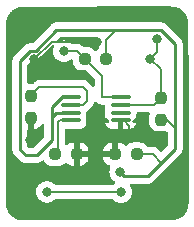
<source format=gbr>
%TF.GenerationSoftware,KiCad,Pcbnew,(6.0.2-0)*%
%TF.CreationDate,2022-03-21T14:05:32-04:00*%
%TF.ProjectId,Woodstock,576f6f64-7374-46f6-936b-2e6b69636164,v03*%
%TF.SameCoordinates,Original*%
%TF.FileFunction,Copper,L2,Bot*%
%TF.FilePolarity,Positive*%
%FSLAX46Y46*%
G04 Gerber Fmt 4.6, Leading zero omitted, Abs format (unit mm)*
G04 Created by KiCad (PCBNEW (6.0.2-0)) date 2022-03-21 14:05:32*
%MOMM*%
%LPD*%
G01*
G04 APERTURE LIST*
G04 Aperture macros list*
%AMRoundRect*
0 Rectangle with rounded corners*
0 $1 Rounding radius*
0 $2 $3 $4 $5 $6 $7 $8 $9 X,Y pos of 4 corners*
0 Add a 4 corners polygon primitive as box body*
4,1,4,$2,$3,$4,$5,$6,$7,$8,$9,$2,$3,0*
0 Add four circle primitives for the rounded corners*
1,1,$1+$1,$2,$3*
1,1,$1+$1,$4,$5*
1,1,$1+$1,$6,$7*
1,1,$1+$1,$8,$9*
0 Add four rect primitives between the rounded corners*
20,1,$1+$1,$2,$3,$4,$5,0*
20,1,$1+$1,$4,$5,$6,$7,0*
20,1,$1+$1,$6,$7,$8,$9,0*
20,1,$1+$1,$8,$9,$2,$3,0*%
G04 Aperture macros list end*
%TA.AperFunction,SMDPad,CuDef*%
%ADD10RoundRect,0.100000X0.712500X0.100000X-0.712500X0.100000X-0.712500X-0.100000X0.712500X-0.100000X0*%
%TD*%
%TA.AperFunction,SMDPad,CuDef*%
%ADD11RoundRect,0.237500X0.250000X0.237500X-0.250000X0.237500X-0.250000X-0.237500X0.250000X-0.237500X0*%
%TD*%
%TA.AperFunction,SMDPad,CuDef*%
%ADD12RoundRect,0.237500X-0.250000X-0.237500X0.250000X-0.237500X0.250000X0.237500X-0.250000X0.237500X0*%
%TD*%
%TA.AperFunction,SMDPad,CuDef*%
%ADD13RoundRect,0.237500X-0.237500X0.250000X-0.237500X-0.250000X0.237500X-0.250000X0.237500X0.250000X0*%
%TD*%
%TA.AperFunction,SMDPad,CuDef*%
%ADD14RoundRect,0.237500X0.237500X-0.250000X0.237500X0.250000X-0.237500X0.250000X-0.237500X-0.250000X0*%
%TD*%
%TA.AperFunction,ViaPad*%
%ADD15C,0.800000*%
%TD*%
%TA.AperFunction,Conductor*%
%ADD16C,0.200000*%
%TD*%
%TA.AperFunction,Conductor*%
%ADD17C,0.250000*%
%TD*%
G04 APERTURE END LIST*
D10*
%TO.P,U1,1,SDA*%
%TO.N,/SDA*%
X153141460Y-95498060D03*
%TO.P,U1,2,SCL*%
%TO.N,/SCL*%
X153141460Y-96148060D03*
%TO.P,U1,3,Alert*%
%TO.N,unconnected-(U1-Pad3)*%
X153141460Y-96798060D03*
%TO.P,U1,4,GND*%
%TO.N,GND*%
X153141460Y-97448060D03*
%TO.P,U1,5,A2*%
%TO.N,Net-(R5-Pad1)*%
X148916460Y-97448060D03*
%TO.P,U1,6,A1*%
%TO.N,+3V3*%
X148916460Y-96798060D03*
%TO.P,U1,7,A0*%
%TO.N,Net-(R2-Pad1)*%
X148916460Y-96148060D03*
%TO.P,U1,8,VDD*%
%TO.N,+3V3*%
X148916460Y-95498060D03*
%TD*%
D11*
%TO.P,R3,1*%
%TO.N,+3V3*%
X151916060Y-92231260D03*
%TO.P,R3,2*%
%TO.N,/SDA*%
X150091060Y-92231260D03*
%TD*%
D12*
%TO.P,R5,1*%
%TO.N,Net-(R5-Pad1)*%
X147576460Y-100308460D03*
%TO.P,R5,2*%
%TO.N,GND*%
X149401460Y-100308460D03*
%TD*%
D13*
%TO.P,R2,1*%
%TO.N,Net-(R2-Pad1)*%
X145517160Y-95384660D03*
%TO.P,R2,2*%
%TO.N,GND*%
X145517160Y-97209660D03*
%TD*%
D14*
%TO.P,R1,1*%
%TO.N,+3V3*%
X156540760Y-97387460D03*
%TO.P,R1,2*%
%TO.N,/SCL*%
X156540760Y-95562460D03*
%TD*%
D11*
%TO.P,R4,1*%
%TO.N,+3V3*%
X154481460Y-100308460D03*
%TO.P,R4,2*%
%TO.N,GND*%
X152656460Y-100308460D03*
%TD*%
D15*
%TO.N,/SDA*%
X148329225Y-91591179D03*
X153162000Y-103530400D03*
X146888200Y-103505000D03*
%TO.N,/SCL*%
X156239699Y-90521301D03*
X155651200Y-92227400D03*
%TO.N,GND*%
X145796000Y-93688900D03*
X151130000Y-90779600D03*
X153847800Y-98501200D03*
X145796000Y-92278200D03*
X151003000Y-100177600D03*
X147802600Y-102463600D03*
X144526000Y-89408000D03*
X145440400Y-99136200D03*
%TO.N,+3V3*%
X153085800Y-101828600D03*
%TD*%
D16*
%TO.N,/SDA*%
X150091060Y-92231260D02*
X149450979Y-91591179D01*
X153135520Y-95504000D02*
X153141460Y-95498060D01*
X146888200Y-103505000D02*
X153136600Y-103505000D01*
X153136600Y-103505000D02*
X153162000Y-103530400D01*
X150091060Y-92231260D02*
X151536400Y-93676600D01*
X149450979Y-91591179D02*
X148329225Y-91591179D01*
X151536400Y-93676600D02*
X151536400Y-95504000D01*
X151536400Y-95504000D02*
X153135520Y-95504000D01*
%TO.N,/SCL*%
X155955160Y-96148060D02*
X153141460Y-96148060D01*
X156239699Y-91638901D02*
X155651200Y-92227400D01*
X156540760Y-95562460D02*
X155955160Y-96148060D01*
X156239699Y-90521301D02*
X156239699Y-91638901D01*
X156540760Y-93116960D02*
X155651200Y-92227400D01*
X156540760Y-95562460D02*
X156540760Y-93116960D01*
%TO.N,GND*%
X145517160Y-99059440D02*
X145440400Y-99136200D01*
X147294600Y-90779600D02*
X145796000Y-92278200D01*
X153141460Y-97448060D02*
X153404260Y-97448060D01*
X153847800Y-97891600D02*
X153847800Y-98501200D01*
X153404260Y-97448060D02*
X153847800Y-97891600D01*
X151130000Y-90779600D02*
X147294600Y-90779600D01*
X145796000Y-93688900D02*
X145796000Y-92278200D01*
X145517160Y-97209660D02*
X145517160Y-99059440D01*
D17*
%TO.N,+3V3*%
X144602200Y-92447386D02*
X145495897Y-91553689D01*
X157734000Y-99872800D02*
X157734000Y-98069400D01*
X156539802Y-89796790D02*
X152737990Y-89796790D01*
D16*
X157052060Y-97387460D02*
X157734000Y-98069400D01*
D17*
X145920149Y-91553689D02*
X147677049Y-89796790D01*
X147677049Y-89796790D02*
X152737990Y-89796790D01*
X147294600Y-96357059D02*
X148153599Y-95498060D01*
D16*
X151916060Y-90618720D02*
X152737990Y-89796790D01*
D17*
X157734000Y-98069400D02*
X157734000Y-90990988D01*
X147294600Y-97129600D02*
X147294600Y-96357059D01*
X144602200Y-99923600D02*
X144602200Y-92447386D01*
X145495897Y-91553689D02*
X145920149Y-91553689D01*
X146024600Y-100406200D02*
X145084800Y-100406200D01*
X156578300Y-101028500D02*
X157734000Y-99872800D01*
X148153599Y-95498060D02*
X148916460Y-95498060D01*
X145084800Y-100406200D02*
X144602200Y-99923600D01*
X153441400Y-102184200D02*
X155422600Y-102184200D01*
X147294600Y-97129600D02*
X147294600Y-99136200D01*
D16*
X156540760Y-97387460D02*
X157052060Y-97387460D01*
D17*
X153085800Y-101828600D02*
X153441400Y-102184200D01*
X147294600Y-99136200D02*
X146024600Y-100406200D01*
X147626140Y-96798060D02*
X148916460Y-96798060D01*
D16*
X154481460Y-100308460D02*
X155858260Y-100308460D01*
X155858260Y-100308460D02*
X156578300Y-101028500D01*
D17*
X147294600Y-97129600D02*
X147626140Y-96798060D01*
D16*
X151916060Y-92231260D02*
X151916060Y-90618720D01*
D17*
X155422600Y-102184200D02*
X156578300Y-101028500D01*
X157734000Y-90990988D02*
X156539802Y-89796790D01*
D16*
%TO.N,Net-(R2-Pad1)*%
X149927140Y-96148060D02*
X148916460Y-96148060D01*
X149961600Y-94665800D02*
X150266400Y-94970600D01*
X145517160Y-95384660D02*
X146236020Y-94665800D01*
X150266400Y-95808800D02*
X149927140Y-96148060D01*
X146236020Y-94665800D02*
X149961600Y-94665800D01*
X150266400Y-94970600D02*
X150266400Y-95808800D01*
%TO.N,Net-(R5-Pad1)*%
X147802600Y-97612200D02*
X147802600Y-100082320D01*
X148916460Y-97448060D02*
X147966740Y-97448060D01*
X147966740Y-97448060D02*
X147802600Y-97612200D01*
X147802600Y-100082320D02*
X147576460Y-100308460D01*
%TD*%
%TA.AperFunction,Conductor*%
%TO.N,GND*%
G36*
X157360046Y-87811269D02*
G01*
X157374793Y-87813566D01*
X157374800Y-87813566D01*
X157383668Y-87814947D01*
X157398298Y-87813034D01*
X157424066Y-87812325D01*
X157551468Y-87821893D01*
X157602893Y-87825755D01*
X157621546Y-87828573D01*
X157820503Y-87874087D01*
X157838533Y-87879662D01*
X158028450Y-87954379D01*
X158045447Y-87962585D01*
X158222074Y-88064833D01*
X158237654Y-88075485D01*
X158397034Y-88202974D01*
X158410840Y-88215826D01*
X158465099Y-88274516D01*
X158549388Y-88365689D01*
X158561125Y-88380466D01*
X158675736Y-88549345D01*
X158685129Y-88565701D01*
X158759823Y-88721789D01*
X158773227Y-88749800D01*
X158780076Y-88767388D01*
X158839686Y-88962580D01*
X158843831Y-88980992D01*
X158868971Y-89151405D01*
X158869513Y-89168470D01*
X158869589Y-89168466D01*
X158870121Y-89177425D01*
X158869377Y-89186372D01*
X158871175Y-89195171D01*
X158873724Y-89220339D01*
X158875725Y-94530051D01*
X158879440Y-104384982D01*
X158877940Y-104404411D01*
X158875902Y-104417503D01*
X158874273Y-104427968D01*
X158875703Y-104438900D01*
X158876186Y-104442596D01*
X158876895Y-104468366D01*
X158863465Y-104647190D01*
X158860647Y-104665846D01*
X158815133Y-104864803D01*
X158809558Y-104882833D01*
X158734841Y-105072750D01*
X158726635Y-105089747D01*
X158624387Y-105266374D01*
X158613735Y-105281954D01*
X158546055Y-105366565D01*
X158486250Y-105441330D01*
X158473394Y-105455140D01*
X158407445Y-105516110D01*
X158323531Y-105593688D01*
X158308754Y-105605425D01*
X158139875Y-105720036D01*
X158123519Y-105729429D01*
X157939417Y-105817528D01*
X157921832Y-105824376D01*
X157726640Y-105883986D01*
X157708228Y-105888131D01*
X157537815Y-105913271D01*
X157520753Y-105913813D01*
X157520757Y-105913888D01*
X157511791Y-105914420D01*
X157502848Y-105913677D01*
X157494055Y-105915474D01*
X157493998Y-105915477D01*
X157468893Y-105918020D01*
X146647655Y-105921321D01*
X144931431Y-105921845D01*
X144912007Y-105920345D01*
X144897303Y-105918055D01*
X144897300Y-105918055D01*
X144888431Y-105916674D01*
X144873848Y-105918581D01*
X144848045Y-105919289D01*
X144670154Y-105905881D01*
X144651434Y-105903042D01*
X144453473Y-105857590D01*
X144435384Y-105851976D01*
X144246475Y-105777366D01*
X144229432Y-105769104D01*
X144053843Y-105667022D01*
X144038231Y-105656299D01*
X143907382Y-105551120D01*
X143879924Y-105529048D01*
X143866099Y-105516110D01*
X143728649Y-105366561D01*
X143716920Y-105351696D01*
X143603447Y-105183245D01*
X143594076Y-105166786D01*
X143507132Y-104983227D01*
X143500334Y-104965549D01*
X143441888Y-104771036D01*
X143437816Y-104752539D01*
X143413665Y-104582920D01*
X143413212Y-104565867D01*
X143413129Y-104565871D01*
X143412645Y-104556914D01*
X143413437Y-104547967D01*
X143411368Y-104537557D01*
X143408950Y-104513013D01*
X143407005Y-92427329D01*
X143963980Y-92427329D01*
X143967196Y-92461345D01*
X143968141Y-92471347D01*
X143968700Y-92483205D01*
X143968700Y-99844833D01*
X143968173Y-99856016D01*
X143966498Y-99863509D01*
X143966747Y-99871435D01*
X143966747Y-99871436D01*
X143968638Y-99931586D01*
X143968700Y-99935545D01*
X143968700Y-99963456D01*
X143969197Y-99967390D01*
X143969197Y-99967391D01*
X143969205Y-99967456D01*
X143970138Y-99979293D01*
X143971527Y-100023489D01*
X143975262Y-100036345D01*
X143977178Y-100042939D01*
X143981187Y-100062300D01*
X143983726Y-100082397D01*
X143986645Y-100089768D01*
X143986645Y-100089770D01*
X144000004Y-100123512D01*
X144003849Y-100134742D01*
X144008361Y-100150273D01*
X144016182Y-100177193D01*
X144020215Y-100184012D01*
X144020217Y-100184017D01*
X144026493Y-100194628D01*
X144035188Y-100212376D01*
X144042648Y-100231217D01*
X144047310Y-100237633D01*
X144047310Y-100237634D01*
X144068636Y-100266987D01*
X144075152Y-100276907D01*
X144084415Y-100292569D01*
X144097658Y-100314962D01*
X144111979Y-100329283D01*
X144124819Y-100344316D01*
X144136728Y-100360707D01*
X144170805Y-100388898D01*
X144179584Y-100396888D01*
X144581143Y-100798447D01*
X144588687Y-100806737D01*
X144592800Y-100813218D01*
X144598577Y-100818643D01*
X144642467Y-100859858D01*
X144645309Y-100862613D01*
X144665030Y-100882334D01*
X144668225Y-100884812D01*
X144677247Y-100892518D01*
X144709479Y-100922786D01*
X144716428Y-100926606D01*
X144727232Y-100932546D01*
X144743756Y-100943399D01*
X144759759Y-100955813D01*
X144800343Y-100973376D01*
X144810973Y-100978583D01*
X144849740Y-100999895D01*
X144857417Y-101001866D01*
X144857422Y-101001868D01*
X144869358Y-101004932D01*
X144888066Y-101011337D01*
X144906655Y-101019381D01*
X144914480Y-101020620D01*
X144914482Y-101020621D01*
X144950319Y-101026297D01*
X144961940Y-101028704D01*
X144993759Y-101036873D01*
X145004770Y-101039700D01*
X145025031Y-101039700D01*
X145044740Y-101041251D01*
X145064743Y-101044419D01*
X145072635Y-101043673D01*
X145077862Y-101043179D01*
X145108754Y-101040259D01*
X145120611Y-101039700D01*
X145945833Y-101039700D01*
X145957016Y-101040227D01*
X145964509Y-101041902D01*
X145972435Y-101041653D01*
X145972436Y-101041653D01*
X146032586Y-101039762D01*
X146036545Y-101039700D01*
X146064456Y-101039700D01*
X146068391Y-101039203D01*
X146068456Y-101039195D01*
X146080293Y-101038262D01*
X146112551Y-101037248D01*
X146116570Y-101037122D01*
X146124489Y-101036873D01*
X146143943Y-101031221D01*
X146163300Y-101027213D01*
X146175530Y-101025668D01*
X146175531Y-101025668D01*
X146183397Y-101024674D01*
X146190768Y-101021755D01*
X146190770Y-101021755D01*
X146224512Y-101008396D01*
X146235742Y-101004551D01*
X146270583Y-100994429D01*
X146270584Y-100994429D01*
X146278193Y-100992218D01*
X146285012Y-100988185D01*
X146285017Y-100988183D01*
X146295628Y-100981907D01*
X146313376Y-100973212D01*
X146332217Y-100965752D01*
X146352587Y-100950953D01*
X146367987Y-100939764D01*
X146377907Y-100933248D01*
X146409135Y-100914780D01*
X146409138Y-100914778D01*
X146415962Y-100910742D01*
X146430283Y-100896421D01*
X146445317Y-100883580D01*
X146447032Y-100882334D01*
X146461707Y-100871672D01*
X146466758Y-100865566D01*
X146468391Y-100864033D01*
X146531742Y-100831983D01*
X146602364Y-100839272D01*
X146661784Y-100889580D01*
X146737844Y-101012491D01*
X146743026Y-101017664D01*
X146855776Y-101130218D01*
X146855781Y-101130222D01*
X146860957Y-101135389D01*
X147009040Y-101226669D01*
X147174151Y-101281434D01*
X147180987Y-101282134D01*
X147180990Y-101282135D01*
X147228330Y-101286985D01*
X147276888Y-101291960D01*
X147876032Y-101291960D01*
X147879278Y-101291623D01*
X147879282Y-101291623D01*
X147973195Y-101281879D01*
X147973199Y-101281878D01*
X147980053Y-101281167D01*
X147986589Y-101278986D01*
X147986591Y-101278986D01*
X148119355Y-101234692D01*
X148145067Y-101226114D01*
X148292991Y-101134576D01*
X148400061Y-101027319D01*
X148462342Y-100993240D01*
X148533162Y-100998243D01*
X148578251Y-101027164D01*
X148681089Y-101129823D01*
X148692500Y-101138835D01*
X148828023Y-101222372D01*
X148841201Y-101228516D01*
X148992726Y-101278775D01*
X149006092Y-101281641D01*
X149098730Y-101291132D01*
X149105145Y-101291460D01*
X149129345Y-101291460D01*
X149144584Y-101286985D01*
X149145789Y-101285595D01*
X149147460Y-101277912D01*
X149147460Y-101273345D01*
X149655460Y-101273345D01*
X149659935Y-101288584D01*
X149661325Y-101289789D01*
X149669008Y-101291460D01*
X149697726Y-101291460D01*
X149704242Y-101291123D01*
X149798092Y-101281385D01*
X149811488Y-101278492D01*
X149962913Y-101227972D01*
X149976075Y-101221807D01*
X150111452Y-101138034D01*
X150122850Y-101129000D01*
X150235323Y-101016331D01*
X150244335Y-101004920D01*
X150327872Y-100869397D01*
X150334016Y-100856219D01*
X150384275Y-100704694D01*
X150387141Y-100691328D01*
X150396632Y-100598690D01*
X150396960Y-100592275D01*
X150396960Y-100580575D01*
X150392485Y-100565336D01*
X150391095Y-100564131D01*
X150383412Y-100562460D01*
X149673575Y-100562460D01*
X149658336Y-100566935D01*
X149657131Y-100568325D01*
X149655460Y-100576008D01*
X149655460Y-101273345D01*
X149147460Y-101273345D01*
X149147460Y-100036345D01*
X149655460Y-100036345D01*
X149659935Y-100051584D01*
X149661325Y-100052789D01*
X149669008Y-100054460D01*
X150378845Y-100054460D01*
X150394084Y-100049985D01*
X150395289Y-100048595D01*
X150396960Y-100040912D01*
X150396960Y-100036345D01*
X151660960Y-100036345D01*
X151665435Y-100051584D01*
X151666825Y-100052789D01*
X151674508Y-100054460D01*
X152384345Y-100054460D01*
X152399584Y-100049985D01*
X152400789Y-100048595D01*
X152402460Y-100040912D01*
X152402460Y-99343575D01*
X152397985Y-99328336D01*
X152396595Y-99327131D01*
X152388912Y-99325460D01*
X152360194Y-99325460D01*
X152353678Y-99325797D01*
X152259828Y-99335535D01*
X152246432Y-99338428D01*
X152095007Y-99388948D01*
X152081845Y-99395113D01*
X151946468Y-99478886D01*
X151935070Y-99487920D01*
X151822597Y-99600589D01*
X151813585Y-99612000D01*
X151730048Y-99747523D01*
X151723904Y-99760701D01*
X151673645Y-99912226D01*
X151670779Y-99925592D01*
X151661288Y-100018230D01*
X151660960Y-100024645D01*
X151660960Y-100036345D01*
X150396960Y-100036345D01*
X150396960Y-100024694D01*
X150396623Y-100018178D01*
X150386885Y-99924328D01*
X150383992Y-99910932D01*
X150333472Y-99759507D01*
X150327307Y-99746345D01*
X150243534Y-99610968D01*
X150234500Y-99599570D01*
X150121831Y-99487097D01*
X150110420Y-99478085D01*
X149974897Y-99394548D01*
X149961719Y-99388404D01*
X149810194Y-99338145D01*
X149796828Y-99335279D01*
X149704190Y-99325788D01*
X149697775Y-99325460D01*
X149673575Y-99325460D01*
X149658336Y-99329935D01*
X149657131Y-99331325D01*
X149655460Y-99339008D01*
X149655460Y-100036345D01*
X149147460Y-100036345D01*
X149147460Y-99343575D01*
X149142985Y-99328336D01*
X149141595Y-99327131D01*
X149133912Y-99325460D01*
X149105194Y-99325460D01*
X149098678Y-99325797D01*
X149004828Y-99335535D01*
X148991432Y-99338428D01*
X148840007Y-99388948D01*
X148826845Y-99395113D01*
X148691468Y-99478886D01*
X148680070Y-99487920D01*
X148626273Y-99541811D01*
X148563991Y-99575890D01*
X148493171Y-99570887D01*
X148436298Y-99528390D01*
X148411429Y-99461891D01*
X148411100Y-99452793D01*
X148411100Y-98282560D01*
X148431102Y-98214439D01*
X148484758Y-98167946D01*
X148537100Y-98156560D01*
X149628992Y-98156559D01*
X149668844Y-98156559D01*
X149672929Y-98156021D01*
X149672933Y-98156021D01*
X149779623Y-98141976D01*
X149779625Y-98141976D01*
X149787810Y-98140898D01*
X149891948Y-98097763D01*
X149928208Y-98082744D01*
X149928210Y-98082743D01*
X149935836Y-98079584D01*
X150062947Y-97982047D01*
X150067973Y-97975497D01*
X150067976Y-97975494D01*
X150111716Y-97918491D01*
X150160484Y-97854935D01*
X150221798Y-97706910D01*
X150232179Y-97628058D01*
X150236922Y-97592032D01*
X150236922Y-97592031D01*
X150237460Y-97587945D01*
X150237459Y-97308176D01*
X150236035Y-97297355D01*
X150222876Y-97197397D01*
X150222876Y-97197395D01*
X150221798Y-97189210D01*
X150214371Y-97171279D01*
X150206781Y-97100690D01*
X150214371Y-97074840D01*
X150218638Y-97064540D01*
X150218639Y-97064537D01*
X150221798Y-97056910D01*
X150232104Y-96978625D01*
X150236922Y-96942032D01*
X150236922Y-96942031D01*
X150237460Y-96937945D01*
X150237459Y-96739077D01*
X150257461Y-96670957D01*
X150286753Y-96639117D01*
X150329212Y-96606537D01*
X150329215Y-96606534D01*
X150361127Y-96582047D01*
X150366157Y-96575492D01*
X150380592Y-96556681D01*
X150391459Y-96544290D01*
X150662634Y-96273115D01*
X150675025Y-96262248D01*
X150693837Y-96247813D01*
X150700387Y-96242787D01*
X150724874Y-96210875D01*
X150724880Y-96210869D01*
X150792896Y-96122229D01*
X150792897Y-96122227D01*
X150797924Y-96115676D01*
X150839209Y-96016006D01*
X150856078Y-95975281D01*
X150856079Y-95975278D01*
X150859238Y-95967651D01*
X150860316Y-95959462D01*
X150861111Y-95956495D01*
X150898062Y-95895872D01*
X150961922Y-95864850D01*
X151032416Y-95873278D01*
X151082780Y-95912401D01*
X151097384Y-95931434D01*
X151097387Y-95931437D01*
X151102413Y-95937987D01*
X151108963Y-95943013D01*
X151108964Y-95943014D01*
X151204088Y-96016006D01*
X151229524Y-96035524D01*
X151237150Y-96038683D01*
X151237152Y-96038684D01*
X151369920Y-96093678D01*
X151369923Y-96093679D01*
X151377550Y-96096838D01*
X151536400Y-96117751D01*
X151544588Y-96116673D01*
X151568097Y-96113578D01*
X151584543Y-96112500D01*
X151694461Y-96112500D01*
X151762582Y-96132502D01*
X151809075Y-96186158D01*
X151820461Y-96238499D01*
X151820461Y-96287944D01*
X151820999Y-96292029D01*
X151820999Y-96292033D01*
X151832666Y-96380660D01*
X151836122Y-96406910D01*
X151839282Y-96414538D01*
X151843549Y-96424840D01*
X151851139Y-96495430D01*
X151843550Y-96521278D01*
X151836122Y-96539210D01*
X151820460Y-96658175D01*
X151820461Y-96937944D01*
X151820999Y-96942029D01*
X151820999Y-96942033D01*
X151835044Y-97048722D01*
X151836122Y-97056910D01*
X151843549Y-97074840D01*
X151843820Y-97075494D01*
X151851410Y-97146083D01*
X151843820Y-97171934D01*
X151839771Y-97181709D01*
X151835532Y-97197529D01*
X151831244Y-97230100D01*
X151833455Y-97244282D01*
X151846612Y-97248060D01*
X151868391Y-97248060D01*
X151936512Y-97268062D01*
X151968351Y-97297354D01*
X151994973Y-97332047D01*
X152001523Y-97337073D01*
X152112329Y-97422098D01*
X152154196Y-97479436D01*
X152158418Y-97550307D01*
X152123654Y-97612210D01*
X152060941Y-97645491D01*
X152035625Y-97648060D01*
X151846995Y-97648060D01*
X151833224Y-97652104D01*
X151831195Y-97665643D01*
X151835532Y-97698593D01*
X151839770Y-97714408D01*
X151894713Y-97847053D01*
X151902901Y-97861236D01*
X151990304Y-97975140D01*
X152001880Y-97986716D01*
X152115784Y-98074119D01*
X152129967Y-98082307D01*
X152262610Y-98137250D01*
X152278428Y-98141488D01*
X152385026Y-98155522D01*
X152393235Y-98156060D01*
X152923345Y-98156060D01*
X152938584Y-98151585D01*
X152939789Y-98150195D01*
X152941460Y-98142512D01*
X152941460Y-97648060D01*
X152942012Y-97648060D01*
X152942013Y-97597060D01*
X152980398Y-97537335D01*
X153044979Y-97507842D01*
X153062908Y-97506560D01*
X153140801Y-97506560D01*
X153218833Y-97506559D01*
X153286952Y-97526561D01*
X153333445Y-97580216D01*
X153343550Y-97650490D01*
X153341953Y-97659342D01*
X153341460Y-97661608D01*
X153341460Y-98137944D01*
X153345935Y-98153183D01*
X153347325Y-98154388D01*
X153355008Y-98156059D01*
X153889683Y-98156059D01*
X153897895Y-98155521D01*
X154004493Y-98141488D01*
X154020308Y-98137250D01*
X154152953Y-98082307D01*
X154167136Y-98074119D01*
X154281040Y-97986716D01*
X154292616Y-97975140D01*
X154380019Y-97861236D01*
X154388207Y-97847053D01*
X154443149Y-97714411D01*
X154447388Y-97698591D01*
X154451676Y-97666020D01*
X154449465Y-97651838D01*
X154436308Y-97648060D01*
X154247297Y-97648060D01*
X154179176Y-97628058D01*
X154132683Y-97574402D01*
X154122579Y-97504128D01*
X154152073Y-97439548D01*
X154170592Y-97422098D01*
X154281396Y-97337074D01*
X154281397Y-97337073D01*
X154287947Y-97332047D01*
X154314568Y-97297355D01*
X154371906Y-97255488D01*
X154414529Y-97248060D01*
X154435925Y-97248060D01*
X154449696Y-97244016D01*
X154451725Y-97230477D01*
X154447388Y-97197527D01*
X154443150Y-97181712D01*
X154439100Y-97171934D01*
X154431510Y-97101345D01*
X154439100Y-97075494D01*
X154443638Y-97064539D01*
X154443638Y-97064538D01*
X154446798Y-97056910D01*
X154457104Y-96978625D01*
X154461922Y-96942032D01*
X154461922Y-96942031D01*
X154462460Y-96937945D01*
X154462460Y-96882560D01*
X154482462Y-96814439D01*
X154536118Y-96767946D01*
X154588460Y-96756560D01*
X155469064Y-96756560D01*
X155537185Y-96776562D01*
X155583678Y-96830218D01*
X155593782Y-96900492D01*
X155588657Y-96922227D01*
X155567786Y-96985151D01*
X155557260Y-97087888D01*
X155557260Y-97687032D01*
X155557597Y-97690278D01*
X155557597Y-97690282D01*
X155562844Y-97740847D01*
X155568053Y-97791053D01*
X155570234Y-97797589D01*
X155570234Y-97797591D01*
X155586736Y-97847053D01*
X155623106Y-97956067D01*
X155714644Y-98103991D01*
X155719826Y-98109164D01*
X155832576Y-98221718D01*
X155832581Y-98221722D01*
X155837757Y-98226889D01*
X155843987Y-98230729D01*
X155843988Y-98230730D01*
X155928072Y-98282560D01*
X155985840Y-98318169D01*
X156150951Y-98372934D01*
X156157787Y-98373634D01*
X156157790Y-98373635D01*
X156209286Y-98378911D01*
X156253688Y-98383460D01*
X156827832Y-98383460D01*
X156831078Y-98383123D01*
X156831082Y-98383123D01*
X156924995Y-98373379D01*
X156924999Y-98373378D01*
X156931853Y-98372667D01*
X156938390Y-98370486D01*
X156945132Y-98369030D01*
X156945630Y-98371338D01*
X157005592Y-98369163D01*
X157066671Y-98405357D01*
X157098485Y-98468826D01*
X157100500Y-98491267D01*
X157100500Y-99558205D01*
X157080498Y-99626326D01*
X157063595Y-99647300D01*
X156649717Y-100061178D01*
X156587405Y-100095204D01*
X156516590Y-100090139D01*
X156471527Y-100061178D01*
X156322575Y-99912226D01*
X156311708Y-99899835D01*
X156297273Y-99881023D01*
X156292247Y-99874473D01*
X156260335Y-99849986D01*
X156260332Y-99849983D01*
X156165136Y-99776936D01*
X156017111Y-99715622D01*
X156008924Y-99714544D01*
X156008923Y-99714544D01*
X155997718Y-99713069D01*
X155966522Y-99708962D01*
X155898145Y-99699960D01*
X155898142Y-99699960D01*
X155898134Y-99699959D01*
X155866449Y-99695788D01*
X155858260Y-99694710D01*
X155826567Y-99698882D01*
X155810124Y-99699960D01*
X155449396Y-99699960D01*
X155381275Y-99679958D01*
X155342252Y-99640263D01*
X155323930Y-99610655D01*
X155323924Y-99610648D01*
X155320076Y-99604429D01*
X155291487Y-99575890D01*
X155202144Y-99486702D01*
X155202139Y-99486698D01*
X155196963Y-99481531D01*
X155048880Y-99390251D01*
X154883769Y-99335486D01*
X154876933Y-99334786D01*
X154876930Y-99334785D01*
X154825434Y-99329509D01*
X154781032Y-99324960D01*
X154181888Y-99324960D01*
X154178642Y-99325297D01*
X154178638Y-99325297D01*
X154084725Y-99335041D01*
X154084721Y-99335042D01*
X154077867Y-99335753D01*
X154071331Y-99337934D01*
X154071329Y-99337934D01*
X153938565Y-99382228D01*
X153912853Y-99390806D01*
X153764929Y-99482344D01*
X153657859Y-99589601D01*
X153595578Y-99623680D01*
X153524758Y-99618677D01*
X153479669Y-99589756D01*
X153376831Y-99487097D01*
X153365420Y-99478085D01*
X153229897Y-99394548D01*
X153216719Y-99388404D01*
X153065194Y-99338145D01*
X153051828Y-99335279D01*
X152959190Y-99325788D01*
X152952775Y-99325460D01*
X152928575Y-99325460D01*
X152913336Y-99329935D01*
X152912131Y-99331325D01*
X152910460Y-99339008D01*
X152910460Y-100436460D01*
X152890458Y-100504581D01*
X152836802Y-100551074D01*
X152784460Y-100562460D01*
X151679075Y-100562460D01*
X151663836Y-100566935D01*
X151662631Y-100568325D01*
X151660960Y-100576008D01*
X151660960Y-100592226D01*
X151661297Y-100598742D01*
X151671035Y-100692592D01*
X151673928Y-100705988D01*
X151724448Y-100857413D01*
X151730613Y-100870575D01*
X151814386Y-101005952D01*
X151823420Y-101017350D01*
X151936089Y-101129823D01*
X151947500Y-101138835D01*
X152083023Y-101222372D01*
X152096198Y-101228515D01*
X152190319Y-101259734D01*
X152248678Y-101300165D01*
X152275915Y-101365729D01*
X152263381Y-101435611D01*
X152259779Y-101442310D01*
X152251273Y-101457044D01*
X152192258Y-101638672D01*
X152172296Y-101828600D01*
X152192258Y-102018528D01*
X152251273Y-102200156D01*
X152346760Y-102365544D01*
X152474547Y-102507466D01*
X152597092Y-102596500D01*
X152609128Y-102605245D01*
X152652482Y-102661467D01*
X152658557Y-102732204D01*
X152625426Y-102794995D01*
X152609130Y-102809116D01*
X152550747Y-102851534D01*
X152546333Y-102856436D01*
X152541420Y-102860860D01*
X152540192Y-102859497D01*
X152487342Y-102892052D01*
X152454160Y-102896500D01*
X147618910Y-102896500D01*
X147550789Y-102876498D01*
X147525274Y-102854811D01*
X147503868Y-102831037D01*
X147503866Y-102831036D01*
X147499453Y-102826134D01*
X147390079Y-102746669D01*
X147350294Y-102717763D01*
X147350293Y-102717762D01*
X147344952Y-102713882D01*
X147338924Y-102711198D01*
X147338922Y-102711197D01*
X147176519Y-102638891D01*
X147176518Y-102638891D01*
X147170488Y-102636206D01*
X147077087Y-102616353D01*
X146990144Y-102597872D01*
X146990139Y-102597872D01*
X146983687Y-102596500D01*
X146792713Y-102596500D01*
X146786261Y-102597872D01*
X146786256Y-102597872D01*
X146699313Y-102616353D01*
X146605912Y-102636206D01*
X146599882Y-102638891D01*
X146599881Y-102638891D01*
X146437478Y-102711197D01*
X146437476Y-102711198D01*
X146431448Y-102713882D01*
X146276947Y-102826134D01*
X146272526Y-102831044D01*
X146272525Y-102831045D01*
X146245680Y-102860860D01*
X146149160Y-102968056D01*
X146053673Y-103133444D01*
X145994658Y-103315072D01*
X145993968Y-103321633D01*
X145993968Y-103321635D01*
X145975386Y-103498435D01*
X145974696Y-103505000D01*
X145994658Y-103694928D01*
X146053673Y-103876556D01*
X146149160Y-104041944D01*
X146276947Y-104183866D01*
X146431448Y-104296118D01*
X146437476Y-104298802D01*
X146437478Y-104298803D01*
X146494528Y-104324203D01*
X146605912Y-104373794D01*
X146699313Y-104393647D01*
X146786256Y-104412128D01*
X146786261Y-104412128D01*
X146792713Y-104413500D01*
X146983687Y-104413500D01*
X146990139Y-104412128D01*
X146990144Y-104412128D01*
X147077087Y-104393647D01*
X147170488Y-104373794D01*
X147281872Y-104324203D01*
X147338922Y-104298803D01*
X147338924Y-104298802D01*
X147344952Y-104296118D01*
X147499453Y-104183866D01*
X147525274Y-104155189D01*
X147585720Y-104117950D01*
X147618910Y-104113500D01*
X152408421Y-104113500D01*
X152476542Y-104133502D01*
X152502056Y-104155189D01*
X152550747Y-104209266D01*
X152649843Y-104281264D01*
X152673984Y-104298803D01*
X152705248Y-104321518D01*
X152711276Y-104324202D01*
X152711278Y-104324203D01*
X152873681Y-104396509D01*
X152879712Y-104399194D01*
X152973113Y-104419047D01*
X153060056Y-104437528D01*
X153060061Y-104437528D01*
X153066513Y-104438900D01*
X153257487Y-104438900D01*
X153263939Y-104437528D01*
X153263944Y-104437528D01*
X153350887Y-104419047D01*
X153444288Y-104399194D01*
X153450319Y-104396509D01*
X153612722Y-104324203D01*
X153612724Y-104324202D01*
X153618752Y-104321518D01*
X153650017Y-104298803D01*
X153674157Y-104281264D01*
X153773253Y-104209266D01*
X153901040Y-104067344D01*
X153996527Y-103901956D01*
X154055542Y-103720328D01*
X154058902Y-103688365D01*
X154074814Y-103536965D01*
X154075504Y-103530400D01*
X154055542Y-103340472D01*
X153996527Y-103158844D01*
X153908686Y-103006699D01*
X153891948Y-102937705D01*
X153915168Y-102870613D01*
X153970975Y-102826726D01*
X154017805Y-102817700D01*
X155343833Y-102817700D01*
X155355016Y-102818227D01*
X155362509Y-102819902D01*
X155370435Y-102819653D01*
X155370436Y-102819653D01*
X155430586Y-102817762D01*
X155434545Y-102817700D01*
X155462456Y-102817700D01*
X155466391Y-102817203D01*
X155466456Y-102817195D01*
X155478293Y-102816262D01*
X155510551Y-102815248D01*
X155514570Y-102815122D01*
X155522489Y-102814873D01*
X155541943Y-102809221D01*
X155561300Y-102805213D01*
X155573530Y-102803668D01*
X155573531Y-102803668D01*
X155581397Y-102802674D01*
X155588768Y-102799755D01*
X155588770Y-102799755D01*
X155622512Y-102786396D01*
X155633742Y-102782551D01*
X155668583Y-102772429D01*
X155668584Y-102772429D01*
X155676193Y-102770218D01*
X155683012Y-102766185D01*
X155683017Y-102766183D01*
X155693628Y-102759907D01*
X155711376Y-102751212D01*
X155730217Y-102743752D01*
X155765987Y-102717764D01*
X155775907Y-102711248D01*
X155807135Y-102692780D01*
X155807138Y-102692778D01*
X155813962Y-102688742D01*
X155828283Y-102674421D01*
X155843317Y-102661580D01*
X155853294Y-102654331D01*
X155859707Y-102649672D01*
X155887898Y-102615595D01*
X155895888Y-102606816D01*
X158126247Y-100376457D01*
X158134537Y-100368913D01*
X158141018Y-100364800D01*
X158187659Y-100315132D01*
X158190413Y-100312291D01*
X158210135Y-100292569D01*
X158212612Y-100289376D01*
X158220317Y-100280355D01*
X158245159Y-100253900D01*
X158250586Y-100248121D01*
X158259879Y-100231217D01*
X158260346Y-100230368D01*
X158271202Y-100213841D01*
X158278757Y-100204102D01*
X158278758Y-100204100D01*
X158283614Y-100197840D01*
X158301174Y-100157260D01*
X158306391Y-100146612D01*
X158323875Y-100114809D01*
X158323876Y-100114807D01*
X158327695Y-100107860D01*
X158332733Y-100088237D01*
X158339137Y-100069534D01*
X158344033Y-100058220D01*
X158344033Y-100058219D01*
X158347181Y-100050945D01*
X158348420Y-100043122D01*
X158348423Y-100043112D01*
X158354099Y-100007276D01*
X158356505Y-99995656D01*
X158365528Y-99960511D01*
X158365528Y-99960510D01*
X158367500Y-99952830D01*
X158367500Y-99932576D01*
X158369051Y-99912865D01*
X158370980Y-99900686D01*
X158372220Y-99892857D01*
X158368059Y-99848838D01*
X158367500Y-99836981D01*
X158367500Y-91069755D01*
X158368027Y-91058572D01*
X158369702Y-91051079D01*
X158367562Y-90983002D01*
X158367500Y-90979043D01*
X158367500Y-90951132D01*
X158366995Y-90947132D01*
X158366062Y-90935289D01*
X158366029Y-90934221D01*
X158364673Y-90891099D01*
X158359021Y-90871645D01*
X158355013Y-90852288D01*
X158353468Y-90840058D01*
X158353468Y-90840057D01*
X158352474Y-90832191D01*
X158349555Y-90824818D01*
X158336196Y-90791076D01*
X158332351Y-90779846D01*
X158322229Y-90745005D01*
X158322229Y-90745004D01*
X158320018Y-90737395D01*
X158315985Y-90730576D01*
X158315983Y-90730571D01*
X158309707Y-90719960D01*
X158301012Y-90702212D01*
X158293552Y-90683371D01*
X158267564Y-90647601D01*
X158261048Y-90637681D01*
X158242580Y-90606453D01*
X158242578Y-90606450D01*
X158238542Y-90599626D01*
X158224221Y-90585305D01*
X158211380Y-90570271D01*
X158204131Y-90560294D01*
X158199472Y-90553881D01*
X158165395Y-90525690D01*
X158156616Y-90517700D01*
X157043454Y-89404537D01*
X157035914Y-89396251D01*
X157031802Y-89389772D01*
X156982150Y-89343146D01*
X156979309Y-89340392D01*
X156959572Y-89320655D01*
X156956375Y-89318175D01*
X156947353Y-89310470D01*
X156943199Y-89306569D01*
X156915123Y-89280204D01*
X156908177Y-89276385D01*
X156908174Y-89276383D01*
X156897368Y-89270442D01*
X156880849Y-89259591D01*
X156880385Y-89259231D01*
X156864843Y-89247176D01*
X156857574Y-89244031D01*
X156857570Y-89244028D01*
X156824265Y-89229616D01*
X156813615Y-89224399D01*
X156774862Y-89203095D01*
X156755239Y-89198057D01*
X156736536Y-89191653D01*
X156725222Y-89186757D01*
X156725221Y-89186757D01*
X156717947Y-89183609D01*
X156710124Y-89182370D01*
X156710114Y-89182367D01*
X156674278Y-89176691D01*
X156662658Y-89174285D01*
X156627513Y-89165262D01*
X156627512Y-89165262D01*
X156619832Y-89163290D01*
X156599578Y-89163290D01*
X156579867Y-89161739D01*
X156567688Y-89159810D01*
X156559859Y-89158570D01*
X156530588Y-89161337D01*
X156515841Y-89162731D01*
X156503983Y-89163290D01*
X147755816Y-89163290D01*
X147744633Y-89162763D01*
X147737140Y-89161088D01*
X147729214Y-89161337D01*
X147729213Y-89161337D01*
X147669063Y-89163228D01*
X147665104Y-89163290D01*
X147637193Y-89163290D01*
X147633259Y-89163787D01*
X147633258Y-89163787D01*
X147633193Y-89163795D01*
X147621356Y-89164728D01*
X147589098Y-89165742D01*
X147585079Y-89165868D01*
X147577160Y-89166117D01*
X147557706Y-89171769D01*
X147538349Y-89175777D01*
X147526119Y-89177322D01*
X147526118Y-89177322D01*
X147518252Y-89178316D01*
X147510881Y-89181235D01*
X147510879Y-89181235D01*
X147477137Y-89194594D01*
X147465907Y-89198439D01*
X147431066Y-89208561D01*
X147431065Y-89208561D01*
X147423456Y-89210772D01*
X147416637Y-89214805D01*
X147416632Y-89214807D01*
X147406021Y-89221083D01*
X147388273Y-89229778D01*
X147369432Y-89237238D01*
X147363016Y-89241900D01*
X147363015Y-89241900D01*
X147333662Y-89263226D01*
X147323742Y-89269742D01*
X147292514Y-89288210D01*
X147292511Y-89288212D01*
X147285687Y-89292248D01*
X147271366Y-89306569D01*
X147256333Y-89319409D01*
X147239942Y-89331318D01*
X147231266Y-89341806D01*
X147211751Y-89365395D01*
X147203761Y-89374174D01*
X145694650Y-90883284D01*
X145632338Y-90917310D01*
X145605555Y-90920189D01*
X145574660Y-90920189D01*
X145563476Y-90919662D01*
X145555988Y-90917988D01*
X145548065Y-90918237D01*
X145487930Y-90920127D01*
X145483972Y-90920189D01*
X145456041Y-90920189D01*
X145452126Y-90920684D01*
X145452122Y-90920684D01*
X145452064Y-90920692D01*
X145452035Y-90920695D01*
X145440193Y-90921628D01*
X145396007Y-90923016D01*
X145378641Y-90928061D01*
X145376555Y-90928667D01*
X145357203Y-90932675D01*
X145344965Y-90934221D01*
X145344963Y-90934222D01*
X145337100Y-90935215D01*
X145295983Y-90951495D01*
X145284782Y-90955330D01*
X145242303Y-90967671D01*
X145235484Y-90971704D01*
X145235479Y-90971706D01*
X145224868Y-90977982D01*
X145207118Y-90986679D01*
X145188280Y-90994137D01*
X145181864Y-90998798D01*
X145181863Y-90998799D01*
X145152522Y-91020117D01*
X145142598Y-91026636D01*
X145111357Y-91045111D01*
X145111352Y-91045115D01*
X145104534Y-91049147D01*
X145090210Y-91063471D01*
X145075178Y-91076310D01*
X145058790Y-91088217D01*
X145030609Y-91122282D01*
X145022619Y-91131062D01*
X144209947Y-91943734D01*
X144201661Y-91951274D01*
X144195182Y-91955386D01*
X144189757Y-91961163D01*
X144148557Y-92005037D01*
X144145802Y-92007879D01*
X144126065Y-92027616D01*
X144123585Y-92030813D01*
X144115882Y-92039833D01*
X144085614Y-92072065D01*
X144081795Y-92079011D01*
X144081793Y-92079014D01*
X144075852Y-92089820D01*
X144065001Y-92106339D01*
X144052586Y-92122345D01*
X144049441Y-92129614D01*
X144049438Y-92129618D01*
X144035026Y-92162923D01*
X144029809Y-92173573D01*
X144008505Y-92212326D01*
X144006534Y-92220001D01*
X144006534Y-92220002D01*
X144003467Y-92231948D01*
X143997063Y-92250652D01*
X143989019Y-92269241D01*
X143987780Y-92277064D01*
X143987777Y-92277074D01*
X143982101Y-92312910D01*
X143979695Y-92324530D01*
X143970672Y-92359675D01*
X143968700Y-92367356D01*
X143968700Y-92387610D01*
X143967149Y-92407320D01*
X143963980Y-92427329D01*
X143407005Y-92427329D01*
X143406509Y-89344722D01*
X143408009Y-89325319D01*
X143410305Y-89310568D01*
X143410305Y-89310567D01*
X143411687Y-89301692D01*
X143409774Y-89287062D01*
X143409065Y-89261294D01*
X143418789Y-89131812D01*
X143422495Y-89082467D01*
X143425313Y-89063814D01*
X143470827Y-88864856D01*
X143476402Y-88846827D01*
X143551119Y-88656910D01*
X143559325Y-88639913D01*
X143661573Y-88463286D01*
X143672225Y-88447706D01*
X143732273Y-88372637D01*
X143799714Y-88288326D01*
X143812566Y-88274520D01*
X143916384Y-88178540D01*
X143962429Y-88135972D01*
X143977207Y-88124234D01*
X144146085Y-88009624D01*
X144162443Y-88000230D01*
X144241110Y-87962585D01*
X144346543Y-87912132D01*
X144364128Y-87905284D01*
X144559320Y-87845674D01*
X144577732Y-87841529D01*
X144748145Y-87816389D01*
X144765207Y-87815847D01*
X144765203Y-87815772D01*
X144774170Y-87815240D01*
X144783112Y-87815983D01*
X144791903Y-87814187D01*
X144792084Y-87814176D01*
X144817038Y-87811650D01*
X157340645Y-87809768D01*
X157360046Y-87811269D01*
G37*
%TD.AperFunction*%
%TA.AperFunction,Conductor*%
G36*
X145713281Y-96975662D02*
G01*
X145759774Y-97029318D01*
X145771160Y-97081660D01*
X145771160Y-98187045D01*
X145775635Y-98202284D01*
X145777025Y-98203489D01*
X145784708Y-98205160D01*
X145800926Y-98205160D01*
X145807442Y-98204823D01*
X145901292Y-98195085D01*
X145914688Y-98192192D01*
X146066113Y-98141672D01*
X146079275Y-98135507D01*
X146214652Y-98051734D01*
X146226050Y-98042700D01*
X146338523Y-97930031D01*
X146347535Y-97918620D01*
X146427840Y-97788340D01*
X146480612Y-97740847D01*
X146550683Y-97729423D01*
X146615807Y-97757697D01*
X146655307Y-97816691D01*
X146661100Y-97854456D01*
X146661100Y-98821605D01*
X146641098Y-98889726D01*
X146624195Y-98910700D01*
X145799100Y-99735795D01*
X145736788Y-99769821D01*
X145710005Y-99772700D01*
X145399395Y-99772700D01*
X145331274Y-99752698D01*
X145310300Y-99735795D01*
X145272605Y-99698100D01*
X145238579Y-99635788D01*
X145235700Y-99609005D01*
X145235700Y-98276052D01*
X145255702Y-98207931D01*
X145261211Y-98200572D01*
X145263160Y-98191612D01*
X145263160Y-97081660D01*
X145283162Y-97013539D01*
X145336818Y-96967046D01*
X145389160Y-96955660D01*
X145645160Y-96955660D01*
X145713281Y-96975662D01*
G37*
%TD.AperFunction*%
%TA.AperFunction,Conductor*%
G36*
X147425013Y-91048897D02*
G01*
X147481848Y-91091444D01*
X147506659Y-91157964D01*
X147496334Y-91216789D01*
X147494698Y-91219623D01*
X147492658Y-91225903D01*
X147492657Y-91225904D01*
X147481862Y-91259127D01*
X147435683Y-91401251D01*
X147415721Y-91591179D01*
X147416411Y-91597744D01*
X147425556Y-91684750D01*
X147435683Y-91781107D01*
X147494698Y-91962735D01*
X147590185Y-92128123D01*
X147594603Y-92133030D01*
X147594604Y-92133031D01*
X147679507Y-92227325D01*
X147717972Y-92270045D01*
X147782008Y-92316570D01*
X147851909Y-92367356D01*
X147872473Y-92382297D01*
X147878501Y-92384981D01*
X147878503Y-92384982D01*
X148040906Y-92457288D01*
X148046937Y-92459973D01*
X148140337Y-92479826D01*
X148227281Y-92498307D01*
X148227286Y-92498307D01*
X148233738Y-92499679D01*
X148424712Y-92499679D01*
X148431164Y-92498307D01*
X148431169Y-92498307D01*
X148518112Y-92479826D01*
X148611513Y-92459973D01*
X148617544Y-92457288D01*
X148779947Y-92384982D01*
X148779949Y-92384981D01*
X148785977Y-92382297D01*
X148795628Y-92375285D01*
X148894999Y-92303088D01*
X148961867Y-92279229D01*
X149031018Y-92295310D01*
X149080499Y-92346224D01*
X149095060Y-92405024D01*
X149095060Y-92518332D01*
X149105853Y-92622353D01*
X149108034Y-92628889D01*
X149108034Y-92628891D01*
X149122712Y-92672885D01*
X149160906Y-92787367D01*
X149252444Y-92935291D01*
X149257626Y-92940464D01*
X149370376Y-93053018D01*
X149370381Y-93053022D01*
X149375557Y-93058189D01*
X149523640Y-93149469D01*
X149688751Y-93204234D01*
X149695587Y-93204934D01*
X149695590Y-93204935D01*
X149747086Y-93210211D01*
X149791488Y-93214760D01*
X150161821Y-93214760D01*
X150229942Y-93234762D01*
X150250916Y-93251665D01*
X150890995Y-93891744D01*
X150925021Y-93954056D01*
X150927900Y-93980839D01*
X150927900Y-94461930D01*
X150907898Y-94530051D01*
X150854242Y-94576544D01*
X150783968Y-94586648D01*
X150719388Y-94557154D01*
X150711486Y-94548769D01*
X150711252Y-94549003D01*
X150705416Y-94543167D01*
X150700387Y-94536613D01*
X150693832Y-94531583D01*
X150675021Y-94517148D01*
X150662630Y-94506281D01*
X150425915Y-94269566D01*
X150415048Y-94257175D01*
X150400613Y-94238363D01*
X150395587Y-94231813D01*
X150363675Y-94207326D01*
X150363669Y-94207320D01*
X150275029Y-94139304D01*
X150275027Y-94139303D01*
X150268476Y-94134276D01*
X150120451Y-94072962D01*
X150112264Y-94071884D01*
X150112263Y-94071884D01*
X150101058Y-94070409D01*
X150069862Y-94066302D01*
X150001485Y-94057300D01*
X150001482Y-94057300D01*
X150001474Y-94057299D01*
X149969789Y-94053128D01*
X149961600Y-94052050D01*
X149929907Y-94056222D01*
X149913464Y-94057300D01*
X146284164Y-94057300D01*
X146267718Y-94056222D01*
X146244208Y-94053127D01*
X146236020Y-94052049D01*
X146077169Y-94072962D01*
X145929144Y-94134276D01*
X145883325Y-94169434D01*
X145833957Y-94207315D01*
X145833941Y-94207329D01*
X145808586Y-94226784D01*
X145808583Y-94226787D01*
X145802033Y-94231813D01*
X145797003Y-94238368D01*
X145782568Y-94257179D01*
X145771701Y-94269570D01*
X145689516Y-94351755D01*
X145627204Y-94385781D01*
X145600421Y-94388660D01*
X145361700Y-94388660D01*
X145293579Y-94368658D01*
X145247086Y-94315002D01*
X145235700Y-94262660D01*
X145235700Y-92761980D01*
X145255702Y-92693859D01*
X145272605Y-92672885D01*
X145721396Y-92224094D01*
X145783708Y-92190068D01*
X145810491Y-92187189D01*
X145841381Y-92187189D01*
X145852564Y-92187716D01*
X145860057Y-92189391D01*
X145867983Y-92189142D01*
X145867984Y-92189142D01*
X145928147Y-92187251D01*
X145932105Y-92187189D01*
X145960005Y-92187189D01*
X145963996Y-92186685D01*
X145975829Y-92185753D01*
X146020038Y-92184363D01*
X146027652Y-92182151D01*
X146027657Y-92182150D01*
X146039490Y-92178712D01*
X146058853Y-92174701D01*
X146078946Y-92172163D01*
X146086313Y-92169246D01*
X146086318Y-92169245D01*
X146120057Y-92155887D01*
X146131284Y-92152043D01*
X146138588Y-92149921D01*
X146173742Y-92139707D01*
X146185030Y-92133031D01*
X146191177Y-92129396D01*
X146208925Y-92120701D01*
X146227766Y-92113241D01*
X146241565Y-92103216D01*
X146263536Y-92087253D01*
X146273456Y-92080737D01*
X146304684Y-92062269D01*
X146304687Y-92062267D01*
X146311511Y-92058231D01*
X146325832Y-92043910D01*
X146340866Y-92031069D01*
X146341316Y-92030742D01*
X146357256Y-92019161D01*
X146385447Y-91985084D01*
X146393427Y-91976315D01*
X147291886Y-91077856D01*
X147354197Y-91043832D01*
X147425013Y-91048897D01*
G37*
%TD.AperFunction*%
%TA.AperFunction,Conductor*%
G36*
X151251562Y-90450292D02*
G01*
X151298055Y-90503948D01*
X151306812Y-90562389D01*
X151308638Y-90562389D01*
X151308638Y-90562395D01*
X151308083Y-90570866D01*
X151308363Y-90572736D01*
X151307560Y-90578835D01*
X151307560Y-90578840D01*
X151302310Y-90618720D01*
X151305480Y-90642796D01*
X151306482Y-90650410D01*
X151307560Y-90666856D01*
X151307560Y-91268090D01*
X151287558Y-91336211D01*
X151247863Y-91375234D01*
X151199529Y-91405144D01*
X151194356Y-91410326D01*
X151092813Y-91512046D01*
X151030530Y-91546125D01*
X150959710Y-91541122D01*
X150914623Y-91512201D01*
X150811748Y-91409506D01*
X150811743Y-91409502D01*
X150806563Y-91404331D01*
X150759359Y-91375234D01*
X150664710Y-91316891D01*
X150664708Y-91316890D01*
X150658480Y-91313051D01*
X150493369Y-91258286D01*
X150486533Y-91257586D01*
X150486530Y-91257585D01*
X150435034Y-91252309D01*
X150390632Y-91247760D01*
X150020299Y-91247760D01*
X149952178Y-91227758D01*
X149931204Y-91210855D01*
X149915294Y-91194945D01*
X149904427Y-91182554D01*
X149889992Y-91163742D01*
X149884966Y-91157192D01*
X149853054Y-91132705D01*
X149853051Y-91132702D01*
X149842578Y-91124666D01*
X149764408Y-91064683D01*
X149764406Y-91064682D01*
X149757855Y-91059655D01*
X149609830Y-90998341D01*
X149601643Y-90997263D01*
X149601642Y-90997263D01*
X149577896Y-90994137D01*
X149490872Y-90982680D01*
X149490870Y-90982680D01*
X149490864Y-90982679D01*
X149490862Y-90982679D01*
X149490853Y-90982678D01*
X149459168Y-90978507D01*
X149450979Y-90977429D01*
X149419286Y-90981601D01*
X149402843Y-90982679D01*
X149059935Y-90982679D01*
X148991814Y-90962677D01*
X148966299Y-90940990D01*
X148944893Y-90917216D01*
X148944891Y-90917215D01*
X148940478Y-90912313D01*
X148785977Y-90800061D01*
X148779949Y-90797377D01*
X148779947Y-90797376D01*
X148617544Y-90725070D01*
X148617543Y-90725070D01*
X148611513Y-90722385D01*
X148516555Y-90702201D01*
X148431169Y-90684051D01*
X148431164Y-90684051D01*
X148424712Y-90682679D01*
X148233738Y-90682679D01*
X148227286Y-90684051D01*
X148227281Y-90684051D01*
X148141895Y-90702201D01*
X148046937Y-90722385D01*
X148040907Y-90725070D01*
X148040906Y-90725070D01*
X147947738Y-90766551D01*
X147877371Y-90775985D01*
X147813074Y-90745878D01*
X147775260Y-90685790D01*
X147775936Y-90614796D01*
X147807394Y-90562349D01*
X147902548Y-90467195D01*
X147964860Y-90433169D01*
X147991643Y-90430290D01*
X151183441Y-90430290D01*
X151251562Y-90450292D01*
G37*
%TD.AperFunction*%
%TD*%
M02*

</source>
